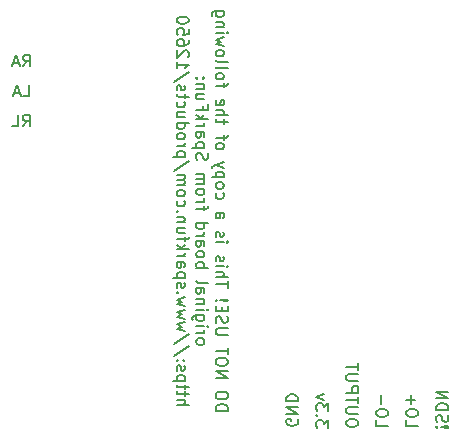
<source format=gbo>
G04 #@! TF.GenerationSoftware,KiCad,Pcbnew,5.1.5*
G04 #@! TF.CreationDate,2020-04-03T22:22:15-06:00*
G04 #@! TF.ProjectId,AD8232,41443832-3332-42e6-9b69-6361645f7063,rev?*
G04 #@! TF.SameCoordinates,Original*
G04 #@! TF.FileFunction,Legend,Bot*
G04 #@! TF.FilePolarity,Positive*
%FSLAX46Y46*%
G04 Gerber Fmt 4.6, Leading zero omitted, Abs format (unit mm)*
G04 Created by KiCad (PCBNEW 5.1.5) date 2020-04-03 22:22:15*
%MOMM*%
%LPD*%
G04 APERTURE LIST*
%ADD10C,0.150000*%
G04 APERTURE END LIST*
D10*
X147247619Y-110884761D02*
X148247619Y-110884761D01*
X148247619Y-110646666D01*
X148200000Y-110503809D01*
X148104761Y-110408571D01*
X148009523Y-110360952D01*
X147819047Y-110313333D01*
X147676190Y-110313333D01*
X147485714Y-110360952D01*
X147390476Y-110408571D01*
X147295238Y-110503809D01*
X147247619Y-110646666D01*
X147247619Y-110884761D01*
X148247619Y-109694285D02*
X148247619Y-109503809D01*
X148200000Y-109408571D01*
X148104761Y-109313333D01*
X147914285Y-109265714D01*
X147580952Y-109265714D01*
X147390476Y-109313333D01*
X147295238Y-109408571D01*
X147247619Y-109503809D01*
X147247619Y-109694285D01*
X147295238Y-109789523D01*
X147390476Y-109884761D01*
X147580952Y-109932380D01*
X147914285Y-109932380D01*
X148104761Y-109884761D01*
X148200000Y-109789523D01*
X148247619Y-109694285D01*
X147247619Y-108075238D02*
X148247619Y-108075238D01*
X147247619Y-107503809D01*
X148247619Y-107503809D01*
X148247619Y-106837142D02*
X148247619Y-106646666D01*
X148200000Y-106551428D01*
X148104761Y-106456190D01*
X147914285Y-106408571D01*
X147580952Y-106408571D01*
X147390476Y-106456190D01*
X147295238Y-106551428D01*
X147247619Y-106646666D01*
X147247619Y-106837142D01*
X147295238Y-106932380D01*
X147390476Y-107027619D01*
X147580952Y-107075238D01*
X147914285Y-107075238D01*
X148104761Y-107027619D01*
X148200000Y-106932380D01*
X148247619Y-106837142D01*
X148247619Y-106122857D02*
X148247619Y-105551428D01*
X147247619Y-105837142D02*
X148247619Y-105837142D01*
X148247619Y-104456190D02*
X147438095Y-104456190D01*
X147342857Y-104408571D01*
X147295238Y-104360952D01*
X147247619Y-104265714D01*
X147247619Y-104075238D01*
X147295238Y-103980000D01*
X147342857Y-103932380D01*
X147438095Y-103884761D01*
X148247619Y-103884761D01*
X147295238Y-103456190D02*
X147247619Y-103313333D01*
X147247619Y-103075238D01*
X147295238Y-102980000D01*
X147342857Y-102932380D01*
X147438095Y-102884761D01*
X147533333Y-102884761D01*
X147628571Y-102932380D01*
X147676190Y-102980000D01*
X147723809Y-103075238D01*
X147771428Y-103265714D01*
X147819047Y-103360952D01*
X147866666Y-103408571D01*
X147961904Y-103456190D01*
X148057142Y-103456190D01*
X148152380Y-103408571D01*
X148200000Y-103360952D01*
X148247619Y-103265714D01*
X148247619Y-103027619D01*
X148200000Y-102884761D01*
X147771428Y-102456190D02*
X147771428Y-102122857D01*
X147247619Y-101980000D02*
X147247619Y-102456190D01*
X148247619Y-102456190D01*
X148247619Y-101980000D01*
X147342857Y-101551428D02*
X147295238Y-101503809D01*
X147247619Y-101551428D01*
X147295238Y-101599047D01*
X147342857Y-101551428D01*
X147247619Y-101551428D01*
X147628571Y-101551428D02*
X148200000Y-101599047D01*
X148247619Y-101551428D01*
X148200000Y-101503809D01*
X147628571Y-101551428D01*
X148247619Y-101551428D01*
X148247619Y-100456190D02*
X148247619Y-99884761D01*
X147247619Y-100170476D02*
X148247619Y-100170476D01*
X147247619Y-99551428D02*
X148247619Y-99551428D01*
X147247619Y-99122857D02*
X147771428Y-99122857D01*
X147866666Y-99170476D01*
X147914285Y-99265714D01*
X147914285Y-99408571D01*
X147866666Y-99503809D01*
X147819047Y-99551428D01*
X147247619Y-98646666D02*
X147914285Y-98646666D01*
X148247619Y-98646666D02*
X148200000Y-98694285D01*
X148152380Y-98646666D01*
X148200000Y-98599047D01*
X148247619Y-98646666D01*
X148152380Y-98646666D01*
X147295238Y-98218095D02*
X147247619Y-98122857D01*
X147247619Y-97932380D01*
X147295238Y-97837142D01*
X147390476Y-97789523D01*
X147438095Y-97789523D01*
X147533333Y-97837142D01*
X147580952Y-97932380D01*
X147580952Y-98075238D01*
X147628571Y-98170476D01*
X147723809Y-98218095D01*
X147771428Y-98218095D01*
X147866666Y-98170476D01*
X147914285Y-98075238D01*
X147914285Y-97932380D01*
X147866666Y-97837142D01*
X147247619Y-96599047D02*
X147914285Y-96599047D01*
X148247619Y-96599047D02*
X148200000Y-96646666D01*
X148152380Y-96599047D01*
X148200000Y-96551428D01*
X148247619Y-96599047D01*
X148152380Y-96599047D01*
X147295238Y-96170476D02*
X147247619Y-96075238D01*
X147247619Y-95884761D01*
X147295238Y-95789523D01*
X147390476Y-95741904D01*
X147438095Y-95741904D01*
X147533333Y-95789523D01*
X147580952Y-95884761D01*
X147580952Y-96027619D01*
X147628571Y-96122857D01*
X147723809Y-96170476D01*
X147771428Y-96170476D01*
X147866666Y-96122857D01*
X147914285Y-96027619D01*
X147914285Y-95884761D01*
X147866666Y-95789523D01*
X147247619Y-94122857D02*
X147771428Y-94122857D01*
X147866666Y-94170476D01*
X147914285Y-94265714D01*
X147914285Y-94456190D01*
X147866666Y-94551428D01*
X147295238Y-94122857D02*
X147247619Y-94218095D01*
X147247619Y-94456190D01*
X147295238Y-94551428D01*
X147390476Y-94599047D01*
X147485714Y-94599047D01*
X147580952Y-94551428D01*
X147628571Y-94456190D01*
X147628571Y-94218095D01*
X147676190Y-94122857D01*
X147295238Y-92456190D02*
X147247619Y-92551428D01*
X147247619Y-92741904D01*
X147295238Y-92837142D01*
X147342857Y-92884761D01*
X147438095Y-92932380D01*
X147723809Y-92932380D01*
X147819047Y-92884761D01*
X147866666Y-92837142D01*
X147914285Y-92741904D01*
X147914285Y-92551428D01*
X147866666Y-92456190D01*
X147247619Y-91884761D02*
X147295238Y-91980000D01*
X147342857Y-92027619D01*
X147438095Y-92075238D01*
X147723809Y-92075238D01*
X147819047Y-92027619D01*
X147866666Y-91980000D01*
X147914285Y-91884761D01*
X147914285Y-91741904D01*
X147866666Y-91646666D01*
X147819047Y-91599047D01*
X147723809Y-91551428D01*
X147438095Y-91551428D01*
X147342857Y-91599047D01*
X147295238Y-91646666D01*
X147247619Y-91741904D01*
X147247619Y-91884761D01*
X147914285Y-91122857D02*
X146914285Y-91122857D01*
X147866666Y-91122857D02*
X147914285Y-91027619D01*
X147914285Y-90837142D01*
X147866666Y-90741904D01*
X147819047Y-90694285D01*
X147723809Y-90646666D01*
X147438095Y-90646666D01*
X147342857Y-90694285D01*
X147295238Y-90741904D01*
X147247619Y-90837142D01*
X147247619Y-91027619D01*
X147295238Y-91122857D01*
X147914285Y-90313333D02*
X147247619Y-90075238D01*
X147914285Y-89837142D02*
X147247619Y-90075238D01*
X147009523Y-90170476D01*
X146961904Y-90218095D01*
X146914285Y-90313333D01*
X147247619Y-88551428D02*
X147295238Y-88646666D01*
X147342857Y-88694285D01*
X147438095Y-88741904D01*
X147723809Y-88741904D01*
X147819047Y-88694285D01*
X147866666Y-88646666D01*
X147914285Y-88551428D01*
X147914285Y-88408571D01*
X147866666Y-88313333D01*
X147819047Y-88265714D01*
X147723809Y-88218095D01*
X147438095Y-88218095D01*
X147342857Y-88265714D01*
X147295238Y-88313333D01*
X147247619Y-88408571D01*
X147247619Y-88551428D01*
X147914285Y-87932380D02*
X147914285Y-87551428D01*
X147247619Y-87789523D02*
X148104761Y-87789523D01*
X148200000Y-87741904D01*
X148247619Y-87646666D01*
X148247619Y-87551428D01*
X147914285Y-86599047D02*
X147914285Y-86218095D01*
X148247619Y-86456190D02*
X147390476Y-86456190D01*
X147295238Y-86408571D01*
X147247619Y-86313333D01*
X147247619Y-86218095D01*
X147247619Y-85884761D02*
X148247619Y-85884761D01*
X147247619Y-85456190D02*
X147771428Y-85456190D01*
X147866666Y-85503809D01*
X147914285Y-85599047D01*
X147914285Y-85741904D01*
X147866666Y-85837142D01*
X147819047Y-85884761D01*
X147295238Y-84599047D02*
X147247619Y-84694285D01*
X147247619Y-84884761D01*
X147295238Y-84980000D01*
X147390476Y-85027619D01*
X147771428Y-85027619D01*
X147866666Y-84980000D01*
X147914285Y-84884761D01*
X147914285Y-84694285D01*
X147866666Y-84599047D01*
X147771428Y-84551428D01*
X147676190Y-84551428D01*
X147580952Y-85027619D01*
X147914285Y-83503809D02*
X147914285Y-83122857D01*
X147247619Y-83360952D02*
X148104761Y-83360952D01*
X148200000Y-83313333D01*
X148247619Y-83218095D01*
X148247619Y-83122857D01*
X147247619Y-82646666D02*
X147295238Y-82741904D01*
X147342857Y-82789523D01*
X147438095Y-82837142D01*
X147723809Y-82837142D01*
X147819047Y-82789523D01*
X147866666Y-82741904D01*
X147914285Y-82646666D01*
X147914285Y-82503809D01*
X147866666Y-82408571D01*
X147819047Y-82360952D01*
X147723809Y-82313333D01*
X147438095Y-82313333D01*
X147342857Y-82360952D01*
X147295238Y-82408571D01*
X147247619Y-82503809D01*
X147247619Y-82646666D01*
X147247619Y-81741904D02*
X147295238Y-81837142D01*
X147390476Y-81884761D01*
X148247619Y-81884761D01*
X147247619Y-81218095D02*
X147295238Y-81313333D01*
X147390476Y-81360952D01*
X148247619Y-81360952D01*
X147247619Y-80694285D02*
X147295238Y-80789523D01*
X147342857Y-80837142D01*
X147438095Y-80884761D01*
X147723809Y-80884761D01*
X147819047Y-80837142D01*
X147866666Y-80789523D01*
X147914285Y-80694285D01*
X147914285Y-80551428D01*
X147866666Y-80456190D01*
X147819047Y-80408571D01*
X147723809Y-80360952D01*
X147438095Y-80360952D01*
X147342857Y-80408571D01*
X147295238Y-80456190D01*
X147247619Y-80551428D01*
X147247619Y-80694285D01*
X147914285Y-80027619D02*
X147247619Y-79837142D01*
X147723809Y-79646666D01*
X147247619Y-79456190D01*
X147914285Y-79265714D01*
X147247619Y-78884761D02*
X147914285Y-78884761D01*
X148247619Y-78884761D02*
X148200000Y-78932380D01*
X148152380Y-78884761D01*
X148200000Y-78837142D01*
X148247619Y-78884761D01*
X148152380Y-78884761D01*
X147914285Y-78408571D02*
X147247619Y-78408571D01*
X147819047Y-78408571D02*
X147866666Y-78360952D01*
X147914285Y-78265714D01*
X147914285Y-78122857D01*
X147866666Y-78027619D01*
X147771428Y-77980000D01*
X147247619Y-77980000D01*
X147914285Y-77075238D02*
X147104761Y-77075238D01*
X147009523Y-77122857D01*
X146961904Y-77170476D01*
X146914285Y-77265714D01*
X146914285Y-77408571D01*
X146961904Y-77503809D01*
X147295238Y-77075238D02*
X147247619Y-77170476D01*
X147247619Y-77360952D01*
X147295238Y-77456190D01*
X147342857Y-77503809D01*
X147438095Y-77551428D01*
X147723809Y-77551428D01*
X147819047Y-77503809D01*
X147866666Y-77456190D01*
X147914285Y-77360952D01*
X147914285Y-77170476D01*
X147866666Y-77075238D01*
X145597619Y-105099047D02*
X145645238Y-105194285D01*
X145692857Y-105241904D01*
X145788095Y-105289523D01*
X146073809Y-105289523D01*
X146169047Y-105241904D01*
X146216666Y-105194285D01*
X146264285Y-105099047D01*
X146264285Y-104956190D01*
X146216666Y-104860952D01*
X146169047Y-104813333D01*
X146073809Y-104765714D01*
X145788095Y-104765714D01*
X145692857Y-104813333D01*
X145645238Y-104860952D01*
X145597619Y-104956190D01*
X145597619Y-105099047D01*
X145597619Y-104337142D02*
X146264285Y-104337142D01*
X146073809Y-104337142D02*
X146169047Y-104289523D01*
X146216666Y-104241904D01*
X146264285Y-104146666D01*
X146264285Y-104051428D01*
X145597619Y-103718095D02*
X146264285Y-103718095D01*
X146597619Y-103718095D02*
X146550000Y-103765714D01*
X146502380Y-103718095D01*
X146550000Y-103670476D01*
X146597619Y-103718095D01*
X146502380Y-103718095D01*
X146264285Y-102813333D02*
X145454761Y-102813333D01*
X145359523Y-102860952D01*
X145311904Y-102908571D01*
X145264285Y-103003809D01*
X145264285Y-103146666D01*
X145311904Y-103241904D01*
X145645238Y-102813333D02*
X145597619Y-102908571D01*
X145597619Y-103099047D01*
X145645238Y-103194285D01*
X145692857Y-103241904D01*
X145788095Y-103289523D01*
X146073809Y-103289523D01*
X146169047Y-103241904D01*
X146216666Y-103194285D01*
X146264285Y-103099047D01*
X146264285Y-102908571D01*
X146216666Y-102813333D01*
X145597619Y-102337142D02*
X146264285Y-102337142D01*
X146597619Y-102337142D02*
X146550000Y-102384761D01*
X146502380Y-102337142D01*
X146550000Y-102289523D01*
X146597619Y-102337142D01*
X146502380Y-102337142D01*
X146264285Y-101860952D02*
X145597619Y-101860952D01*
X146169047Y-101860952D02*
X146216666Y-101813333D01*
X146264285Y-101718095D01*
X146264285Y-101575238D01*
X146216666Y-101480000D01*
X146121428Y-101432380D01*
X145597619Y-101432380D01*
X145597619Y-100527619D02*
X146121428Y-100527619D01*
X146216666Y-100575238D01*
X146264285Y-100670476D01*
X146264285Y-100860952D01*
X146216666Y-100956190D01*
X145645238Y-100527619D02*
X145597619Y-100622857D01*
X145597619Y-100860952D01*
X145645238Y-100956190D01*
X145740476Y-101003809D01*
X145835714Y-101003809D01*
X145930952Y-100956190D01*
X145978571Y-100860952D01*
X145978571Y-100622857D01*
X146026190Y-100527619D01*
X145597619Y-99908571D02*
X145645238Y-100003809D01*
X145740476Y-100051428D01*
X146597619Y-100051428D01*
X145597619Y-98765714D02*
X146597619Y-98765714D01*
X146216666Y-98765714D02*
X146264285Y-98670476D01*
X146264285Y-98480000D01*
X146216666Y-98384761D01*
X146169047Y-98337142D01*
X146073809Y-98289523D01*
X145788095Y-98289523D01*
X145692857Y-98337142D01*
X145645238Y-98384761D01*
X145597619Y-98480000D01*
X145597619Y-98670476D01*
X145645238Y-98765714D01*
X145597619Y-97718095D02*
X145645238Y-97813333D01*
X145692857Y-97860952D01*
X145788095Y-97908571D01*
X146073809Y-97908571D01*
X146169047Y-97860952D01*
X146216666Y-97813333D01*
X146264285Y-97718095D01*
X146264285Y-97575238D01*
X146216666Y-97480000D01*
X146169047Y-97432380D01*
X146073809Y-97384761D01*
X145788095Y-97384761D01*
X145692857Y-97432380D01*
X145645238Y-97480000D01*
X145597619Y-97575238D01*
X145597619Y-97718095D01*
X145597619Y-96527619D02*
X146121428Y-96527619D01*
X146216666Y-96575238D01*
X146264285Y-96670476D01*
X146264285Y-96860952D01*
X146216666Y-96956190D01*
X145645238Y-96527619D02*
X145597619Y-96622857D01*
X145597619Y-96860952D01*
X145645238Y-96956190D01*
X145740476Y-97003809D01*
X145835714Y-97003809D01*
X145930952Y-96956190D01*
X145978571Y-96860952D01*
X145978571Y-96622857D01*
X146026190Y-96527619D01*
X145597619Y-96051428D02*
X146264285Y-96051428D01*
X146073809Y-96051428D02*
X146169047Y-96003809D01*
X146216666Y-95956190D01*
X146264285Y-95860952D01*
X146264285Y-95765714D01*
X145597619Y-95003809D02*
X146597619Y-95003809D01*
X145645238Y-95003809D02*
X145597619Y-95099047D01*
X145597619Y-95289523D01*
X145645238Y-95384761D01*
X145692857Y-95432380D01*
X145788095Y-95480000D01*
X146073809Y-95480000D01*
X146169047Y-95432380D01*
X146216666Y-95384761D01*
X146264285Y-95289523D01*
X146264285Y-95099047D01*
X146216666Y-95003809D01*
X146264285Y-93908571D02*
X146264285Y-93527619D01*
X145597619Y-93765714D02*
X146454761Y-93765714D01*
X146550000Y-93718095D01*
X146597619Y-93622857D01*
X146597619Y-93527619D01*
X145597619Y-93194285D02*
X146264285Y-93194285D01*
X146073809Y-93194285D02*
X146169047Y-93146666D01*
X146216666Y-93099047D01*
X146264285Y-93003809D01*
X146264285Y-92908571D01*
X145597619Y-92432380D02*
X145645238Y-92527619D01*
X145692857Y-92575238D01*
X145788095Y-92622857D01*
X146073809Y-92622857D01*
X146169047Y-92575238D01*
X146216666Y-92527619D01*
X146264285Y-92432380D01*
X146264285Y-92289523D01*
X146216666Y-92194285D01*
X146169047Y-92146666D01*
X146073809Y-92099047D01*
X145788095Y-92099047D01*
X145692857Y-92146666D01*
X145645238Y-92194285D01*
X145597619Y-92289523D01*
X145597619Y-92432380D01*
X145597619Y-91670476D02*
X146264285Y-91670476D01*
X146169047Y-91670476D02*
X146216666Y-91622857D01*
X146264285Y-91527619D01*
X146264285Y-91384761D01*
X146216666Y-91289523D01*
X146121428Y-91241904D01*
X145597619Y-91241904D01*
X146121428Y-91241904D02*
X146216666Y-91194285D01*
X146264285Y-91099047D01*
X146264285Y-90956190D01*
X146216666Y-90860952D01*
X146121428Y-90813333D01*
X145597619Y-90813333D01*
X145645238Y-89622857D02*
X145597619Y-89480000D01*
X145597619Y-89241904D01*
X145645238Y-89146666D01*
X145692857Y-89099047D01*
X145788095Y-89051428D01*
X145883333Y-89051428D01*
X145978571Y-89099047D01*
X146026190Y-89146666D01*
X146073809Y-89241904D01*
X146121428Y-89432380D01*
X146169047Y-89527619D01*
X146216666Y-89575238D01*
X146311904Y-89622857D01*
X146407142Y-89622857D01*
X146502380Y-89575238D01*
X146550000Y-89527619D01*
X146597619Y-89432380D01*
X146597619Y-89194285D01*
X146550000Y-89051428D01*
X146264285Y-88622857D02*
X145264285Y-88622857D01*
X146216666Y-88622857D02*
X146264285Y-88527619D01*
X146264285Y-88337142D01*
X146216666Y-88241904D01*
X146169047Y-88194285D01*
X146073809Y-88146666D01*
X145788095Y-88146666D01*
X145692857Y-88194285D01*
X145645238Y-88241904D01*
X145597619Y-88337142D01*
X145597619Y-88527619D01*
X145645238Y-88622857D01*
X145597619Y-87289523D02*
X146121428Y-87289523D01*
X146216666Y-87337142D01*
X146264285Y-87432380D01*
X146264285Y-87622857D01*
X146216666Y-87718095D01*
X145645238Y-87289523D02*
X145597619Y-87384761D01*
X145597619Y-87622857D01*
X145645238Y-87718095D01*
X145740476Y-87765714D01*
X145835714Y-87765714D01*
X145930952Y-87718095D01*
X145978571Y-87622857D01*
X145978571Y-87384761D01*
X146026190Y-87289523D01*
X145597619Y-86813333D02*
X146264285Y-86813333D01*
X146073809Y-86813333D02*
X146169047Y-86765714D01*
X146216666Y-86718095D01*
X146264285Y-86622857D01*
X146264285Y-86527619D01*
X145597619Y-86194285D02*
X146597619Y-86194285D01*
X145978571Y-86099047D02*
X145597619Y-85813333D01*
X146264285Y-85813333D02*
X145883333Y-86194285D01*
X146121428Y-85051428D02*
X146121428Y-85384761D01*
X145597619Y-85384761D02*
X146597619Y-85384761D01*
X146597619Y-84908571D01*
X146264285Y-84099047D02*
X145597619Y-84099047D01*
X146264285Y-84527619D02*
X145740476Y-84527619D01*
X145645238Y-84480000D01*
X145597619Y-84384761D01*
X145597619Y-84241904D01*
X145645238Y-84146666D01*
X145692857Y-84099047D01*
X146264285Y-83622857D02*
X145597619Y-83622857D01*
X146169047Y-83622857D02*
X146216666Y-83575238D01*
X146264285Y-83480000D01*
X146264285Y-83337142D01*
X146216666Y-83241904D01*
X146121428Y-83194285D01*
X145597619Y-83194285D01*
X145692857Y-82718095D02*
X145645238Y-82670476D01*
X145597619Y-82718095D01*
X145645238Y-82765714D01*
X145692857Y-82718095D01*
X145597619Y-82718095D01*
X146216666Y-82718095D02*
X146169047Y-82670476D01*
X146121428Y-82718095D01*
X146169047Y-82765714D01*
X146216666Y-82718095D01*
X146121428Y-82718095D01*
X143947619Y-110384761D02*
X144947619Y-110384761D01*
X143947619Y-109956190D02*
X144471428Y-109956190D01*
X144566666Y-110003809D01*
X144614285Y-110099047D01*
X144614285Y-110241904D01*
X144566666Y-110337142D01*
X144519047Y-110384761D01*
X144614285Y-109622857D02*
X144614285Y-109241904D01*
X144947619Y-109480000D02*
X144090476Y-109480000D01*
X143995238Y-109432380D01*
X143947619Y-109337142D01*
X143947619Y-109241904D01*
X144614285Y-109051428D02*
X144614285Y-108670476D01*
X144947619Y-108908571D02*
X144090476Y-108908571D01*
X143995238Y-108860952D01*
X143947619Y-108765714D01*
X143947619Y-108670476D01*
X144614285Y-108337142D02*
X143614285Y-108337142D01*
X144566666Y-108337142D02*
X144614285Y-108241904D01*
X144614285Y-108051428D01*
X144566666Y-107956190D01*
X144519047Y-107908571D01*
X144423809Y-107860952D01*
X144138095Y-107860952D01*
X144042857Y-107908571D01*
X143995238Y-107956190D01*
X143947619Y-108051428D01*
X143947619Y-108241904D01*
X143995238Y-108337142D01*
X143995238Y-107480000D02*
X143947619Y-107384761D01*
X143947619Y-107194285D01*
X143995238Y-107099047D01*
X144090476Y-107051428D01*
X144138095Y-107051428D01*
X144233333Y-107099047D01*
X144280952Y-107194285D01*
X144280952Y-107337142D01*
X144328571Y-107432380D01*
X144423809Y-107480000D01*
X144471428Y-107480000D01*
X144566666Y-107432380D01*
X144614285Y-107337142D01*
X144614285Y-107194285D01*
X144566666Y-107099047D01*
X144042857Y-106622857D02*
X143995238Y-106575238D01*
X143947619Y-106622857D01*
X143995238Y-106670476D01*
X144042857Y-106622857D01*
X143947619Y-106622857D01*
X144566666Y-106622857D02*
X144519047Y-106575238D01*
X144471428Y-106622857D01*
X144519047Y-106670476D01*
X144566666Y-106622857D01*
X144471428Y-106622857D01*
X144995238Y-105432380D02*
X143709523Y-106289523D01*
X144995238Y-104384761D02*
X143709523Y-105241904D01*
X144614285Y-104146666D02*
X143947619Y-103956190D01*
X144423809Y-103765714D01*
X143947619Y-103575238D01*
X144614285Y-103384761D01*
X144614285Y-103099047D02*
X143947619Y-102908571D01*
X144423809Y-102718095D01*
X143947619Y-102527619D01*
X144614285Y-102337142D01*
X144614285Y-102051428D02*
X143947619Y-101860952D01*
X144423809Y-101670476D01*
X143947619Y-101480000D01*
X144614285Y-101289523D01*
X144042857Y-100908571D02*
X143995238Y-100860952D01*
X143947619Y-100908571D01*
X143995238Y-100956190D01*
X144042857Y-100908571D01*
X143947619Y-100908571D01*
X143995238Y-100480000D02*
X143947619Y-100384761D01*
X143947619Y-100194285D01*
X143995238Y-100099047D01*
X144090476Y-100051428D01*
X144138095Y-100051428D01*
X144233333Y-100099047D01*
X144280952Y-100194285D01*
X144280952Y-100337142D01*
X144328571Y-100432380D01*
X144423809Y-100480000D01*
X144471428Y-100480000D01*
X144566666Y-100432380D01*
X144614285Y-100337142D01*
X144614285Y-100194285D01*
X144566666Y-100099047D01*
X144614285Y-99622857D02*
X143614285Y-99622857D01*
X144566666Y-99622857D02*
X144614285Y-99527619D01*
X144614285Y-99337142D01*
X144566666Y-99241904D01*
X144519047Y-99194285D01*
X144423809Y-99146666D01*
X144138095Y-99146666D01*
X144042857Y-99194285D01*
X143995238Y-99241904D01*
X143947619Y-99337142D01*
X143947619Y-99527619D01*
X143995238Y-99622857D01*
X143947619Y-98289523D02*
X144471428Y-98289523D01*
X144566666Y-98337142D01*
X144614285Y-98432380D01*
X144614285Y-98622857D01*
X144566666Y-98718095D01*
X143995238Y-98289523D02*
X143947619Y-98384761D01*
X143947619Y-98622857D01*
X143995238Y-98718095D01*
X144090476Y-98765714D01*
X144185714Y-98765714D01*
X144280952Y-98718095D01*
X144328571Y-98622857D01*
X144328571Y-98384761D01*
X144376190Y-98289523D01*
X143947619Y-97813333D02*
X144614285Y-97813333D01*
X144423809Y-97813333D02*
X144519047Y-97765714D01*
X144566666Y-97718095D01*
X144614285Y-97622857D01*
X144614285Y-97527619D01*
X143947619Y-97194285D02*
X144947619Y-97194285D01*
X144328571Y-97099047D02*
X143947619Y-96813333D01*
X144614285Y-96813333D02*
X144233333Y-97194285D01*
X144614285Y-96527619D02*
X144614285Y-96146666D01*
X143947619Y-96384761D02*
X144804761Y-96384761D01*
X144900000Y-96337142D01*
X144947619Y-96241904D01*
X144947619Y-96146666D01*
X144614285Y-95384761D02*
X143947619Y-95384761D01*
X144614285Y-95813333D02*
X144090476Y-95813333D01*
X143995238Y-95765714D01*
X143947619Y-95670476D01*
X143947619Y-95527619D01*
X143995238Y-95432380D01*
X144042857Y-95384761D01*
X144614285Y-94908571D02*
X143947619Y-94908571D01*
X144519047Y-94908571D02*
X144566666Y-94860952D01*
X144614285Y-94765714D01*
X144614285Y-94622857D01*
X144566666Y-94527619D01*
X144471428Y-94480000D01*
X143947619Y-94480000D01*
X144042857Y-94003809D02*
X143995238Y-93956190D01*
X143947619Y-94003809D01*
X143995238Y-94051428D01*
X144042857Y-94003809D01*
X143947619Y-94003809D01*
X143995238Y-93099047D02*
X143947619Y-93194285D01*
X143947619Y-93384761D01*
X143995238Y-93480000D01*
X144042857Y-93527619D01*
X144138095Y-93575238D01*
X144423809Y-93575238D01*
X144519047Y-93527619D01*
X144566666Y-93480000D01*
X144614285Y-93384761D01*
X144614285Y-93194285D01*
X144566666Y-93099047D01*
X143947619Y-92527619D02*
X143995238Y-92622857D01*
X144042857Y-92670476D01*
X144138095Y-92718095D01*
X144423809Y-92718095D01*
X144519047Y-92670476D01*
X144566666Y-92622857D01*
X144614285Y-92527619D01*
X144614285Y-92384761D01*
X144566666Y-92289523D01*
X144519047Y-92241904D01*
X144423809Y-92194285D01*
X144138095Y-92194285D01*
X144042857Y-92241904D01*
X143995238Y-92289523D01*
X143947619Y-92384761D01*
X143947619Y-92527619D01*
X143947619Y-91765714D02*
X144614285Y-91765714D01*
X144519047Y-91765714D02*
X144566666Y-91718095D01*
X144614285Y-91622857D01*
X144614285Y-91480000D01*
X144566666Y-91384761D01*
X144471428Y-91337142D01*
X143947619Y-91337142D01*
X144471428Y-91337142D02*
X144566666Y-91289523D01*
X144614285Y-91194285D01*
X144614285Y-91051428D01*
X144566666Y-90956190D01*
X144471428Y-90908571D01*
X143947619Y-90908571D01*
X144995238Y-89718095D02*
X143709523Y-90575238D01*
X144614285Y-89384761D02*
X143614285Y-89384761D01*
X144566666Y-89384761D02*
X144614285Y-89289523D01*
X144614285Y-89099047D01*
X144566666Y-89003809D01*
X144519047Y-88956190D01*
X144423809Y-88908571D01*
X144138095Y-88908571D01*
X144042857Y-88956190D01*
X143995238Y-89003809D01*
X143947619Y-89099047D01*
X143947619Y-89289523D01*
X143995238Y-89384761D01*
X143947619Y-88480000D02*
X144614285Y-88480000D01*
X144423809Y-88480000D02*
X144519047Y-88432380D01*
X144566666Y-88384761D01*
X144614285Y-88289523D01*
X144614285Y-88194285D01*
X143947619Y-87718095D02*
X143995238Y-87813333D01*
X144042857Y-87860952D01*
X144138095Y-87908571D01*
X144423809Y-87908571D01*
X144519047Y-87860952D01*
X144566666Y-87813333D01*
X144614285Y-87718095D01*
X144614285Y-87575238D01*
X144566666Y-87480000D01*
X144519047Y-87432380D01*
X144423809Y-87384761D01*
X144138095Y-87384761D01*
X144042857Y-87432380D01*
X143995238Y-87480000D01*
X143947619Y-87575238D01*
X143947619Y-87718095D01*
X143947619Y-86527619D02*
X144947619Y-86527619D01*
X143995238Y-86527619D02*
X143947619Y-86622857D01*
X143947619Y-86813333D01*
X143995238Y-86908571D01*
X144042857Y-86956190D01*
X144138095Y-87003809D01*
X144423809Y-87003809D01*
X144519047Y-86956190D01*
X144566666Y-86908571D01*
X144614285Y-86813333D01*
X144614285Y-86622857D01*
X144566666Y-86527619D01*
X144614285Y-85622857D02*
X143947619Y-85622857D01*
X144614285Y-86051428D02*
X144090476Y-86051428D01*
X143995238Y-86003809D01*
X143947619Y-85908571D01*
X143947619Y-85765714D01*
X143995238Y-85670476D01*
X144042857Y-85622857D01*
X143995238Y-84718095D02*
X143947619Y-84813333D01*
X143947619Y-85003809D01*
X143995238Y-85099047D01*
X144042857Y-85146666D01*
X144138095Y-85194285D01*
X144423809Y-85194285D01*
X144519047Y-85146666D01*
X144566666Y-85099047D01*
X144614285Y-85003809D01*
X144614285Y-84813333D01*
X144566666Y-84718095D01*
X144614285Y-84432380D02*
X144614285Y-84051428D01*
X144947619Y-84289523D02*
X144090476Y-84289523D01*
X143995238Y-84241904D01*
X143947619Y-84146666D01*
X143947619Y-84051428D01*
X143995238Y-83765714D02*
X143947619Y-83670476D01*
X143947619Y-83480000D01*
X143995238Y-83384761D01*
X144090476Y-83337142D01*
X144138095Y-83337142D01*
X144233333Y-83384761D01*
X144280952Y-83480000D01*
X144280952Y-83622857D01*
X144328571Y-83718095D01*
X144423809Y-83765714D01*
X144471428Y-83765714D01*
X144566666Y-83718095D01*
X144614285Y-83622857D01*
X144614285Y-83480000D01*
X144566666Y-83384761D01*
X144995238Y-82194285D02*
X143709523Y-83051428D01*
X143947619Y-81337142D02*
X143947619Y-81908571D01*
X143947619Y-81622857D02*
X144947619Y-81622857D01*
X144804761Y-81718095D01*
X144709523Y-81813333D01*
X144661904Y-81908571D01*
X144852380Y-80956190D02*
X144900000Y-80908571D01*
X144947619Y-80813333D01*
X144947619Y-80575238D01*
X144900000Y-80480000D01*
X144852380Y-80432380D01*
X144757142Y-80384761D01*
X144661904Y-80384761D01*
X144519047Y-80432380D01*
X143947619Y-81003809D01*
X143947619Y-80384761D01*
X144947619Y-79527619D02*
X144947619Y-79718095D01*
X144900000Y-79813333D01*
X144852380Y-79860952D01*
X144709523Y-79956190D01*
X144519047Y-80003809D01*
X144138095Y-80003809D01*
X144042857Y-79956190D01*
X143995238Y-79908571D01*
X143947619Y-79813333D01*
X143947619Y-79622857D01*
X143995238Y-79527619D01*
X144042857Y-79480000D01*
X144138095Y-79432380D01*
X144376190Y-79432380D01*
X144471428Y-79480000D01*
X144519047Y-79527619D01*
X144566666Y-79622857D01*
X144566666Y-79813333D01*
X144519047Y-79908571D01*
X144471428Y-79956190D01*
X144376190Y-80003809D01*
X144947619Y-78527619D02*
X144947619Y-79003809D01*
X144471428Y-79051428D01*
X144519047Y-79003809D01*
X144566666Y-78908571D01*
X144566666Y-78670476D01*
X144519047Y-78575238D01*
X144471428Y-78527619D01*
X144376190Y-78480000D01*
X144138095Y-78480000D01*
X144042857Y-78527619D01*
X143995238Y-78575238D01*
X143947619Y-78670476D01*
X143947619Y-78908571D01*
X143995238Y-79003809D01*
X144042857Y-79051428D01*
X144947619Y-77860952D02*
X144947619Y-77765714D01*
X144900000Y-77670476D01*
X144852380Y-77622857D01*
X144757142Y-77575238D01*
X144566666Y-77527619D01*
X144328571Y-77527619D01*
X144138095Y-77575238D01*
X144042857Y-77622857D01*
X143995238Y-77670476D01*
X143947619Y-77765714D01*
X143947619Y-77860952D01*
X143995238Y-77956190D01*
X144042857Y-78003809D01*
X144138095Y-78051428D01*
X144328571Y-78099047D01*
X144566666Y-78099047D01*
X144757142Y-78051428D01*
X144852380Y-78003809D01*
X144900000Y-77956190D01*
X144947619Y-77860952D01*
X166006203Y-112260003D02*
X165958584Y-112212384D01*
X165910965Y-112260003D01*
X165958584Y-112307622D01*
X166006203Y-112260003D01*
X165910965Y-112260003D01*
X166291917Y-112260003D02*
X166863346Y-112307622D01*
X166910965Y-112260003D01*
X166863346Y-112212384D01*
X166291917Y-112260003D01*
X166910965Y-112260003D01*
X165958584Y-111831431D02*
X165910965Y-111688574D01*
X165910965Y-111450479D01*
X165958584Y-111355241D01*
X166006203Y-111307622D01*
X166101441Y-111260003D01*
X166196679Y-111260003D01*
X166291917Y-111307622D01*
X166339536Y-111355241D01*
X166387155Y-111450479D01*
X166434774Y-111640955D01*
X166482393Y-111736193D01*
X166530012Y-111783812D01*
X166625250Y-111831431D01*
X166720488Y-111831431D01*
X166815726Y-111783812D01*
X166863346Y-111736193D01*
X166910965Y-111640955D01*
X166910965Y-111402860D01*
X166863346Y-111260003D01*
X165910965Y-110831431D02*
X166910965Y-110831431D01*
X166910965Y-110593336D01*
X166863346Y-110450479D01*
X166768107Y-110355241D01*
X166672869Y-110307622D01*
X166482393Y-110260003D01*
X166339536Y-110260003D01*
X166149060Y-110307622D01*
X166053822Y-110355241D01*
X165958584Y-110450479D01*
X165910965Y-110593336D01*
X165910965Y-110831431D01*
X165910965Y-109831431D02*
X166910965Y-109831431D01*
X165910965Y-109260003D01*
X166910965Y-109260003D01*
X163377619Y-111698452D02*
X163377619Y-112174642D01*
X164377619Y-112174642D01*
X164377619Y-111174642D02*
X164377619Y-110984166D01*
X164330000Y-110888928D01*
X164234761Y-110793690D01*
X164044285Y-110746071D01*
X163710952Y-110746071D01*
X163520476Y-110793690D01*
X163425238Y-110888928D01*
X163377619Y-110984166D01*
X163377619Y-111174642D01*
X163425238Y-111269880D01*
X163520476Y-111365119D01*
X163710952Y-111412738D01*
X164044285Y-111412738D01*
X164234761Y-111365119D01*
X164330000Y-111269880D01*
X164377619Y-111174642D01*
X163758571Y-110317500D02*
X163758571Y-109555595D01*
X163377619Y-109936547D02*
X164139523Y-109936547D01*
X160837619Y-111698452D02*
X160837619Y-112174642D01*
X161837619Y-112174642D01*
X161837619Y-111174642D02*
X161837619Y-110984166D01*
X161790000Y-110888928D01*
X161694761Y-110793690D01*
X161504285Y-110746071D01*
X161170952Y-110746071D01*
X160980476Y-110793690D01*
X160885238Y-110888928D01*
X160837619Y-110984166D01*
X160837619Y-111174642D01*
X160885238Y-111269880D01*
X160980476Y-111365119D01*
X161170952Y-111412738D01*
X161504285Y-111412738D01*
X161694761Y-111365119D01*
X161790000Y-111269880D01*
X161837619Y-111174642D01*
X161218571Y-110317500D02*
X161218571Y-109555595D01*
X159297619Y-112015595D02*
X159297619Y-111825119D01*
X159250000Y-111729880D01*
X159154761Y-111634642D01*
X158964285Y-111587023D01*
X158630952Y-111587023D01*
X158440476Y-111634642D01*
X158345238Y-111729880D01*
X158297619Y-111825119D01*
X158297619Y-112015595D01*
X158345238Y-112110833D01*
X158440476Y-112206071D01*
X158630952Y-112253690D01*
X158964285Y-112253690D01*
X159154761Y-112206071D01*
X159250000Y-112110833D01*
X159297619Y-112015595D01*
X159297619Y-111158452D02*
X158488095Y-111158452D01*
X158392857Y-111110833D01*
X158345238Y-111063214D01*
X158297619Y-110967976D01*
X158297619Y-110777500D01*
X158345238Y-110682261D01*
X158392857Y-110634642D01*
X158488095Y-110587023D01*
X159297619Y-110587023D01*
X159297619Y-110253690D02*
X159297619Y-109682261D01*
X158297619Y-109967976D02*
X159297619Y-109967976D01*
X158297619Y-109348928D02*
X159297619Y-109348928D01*
X159297619Y-108967976D01*
X159250000Y-108872738D01*
X159202380Y-108825119D01*
X159107142Y-108777500D01*
X158964285Y-108777500D01*
X158869047Y-108825119D01*
X158821428Y-108872738D01*
X158773809Y-108967976D01*
X158773809Y-109348928D01*
X159297619Y-108348928D02*
X158488095Y-108348928D01*
X158392857Y-108301309D01*
X158345238Y-108253690D01*
X158297619Y-108158452D01*
X158297619Y-107967976D01*
X158345238Y-107872738D01*
X158392857Y-107825119D01*
X158488095Y-107777500D01*
X159297619Y-107777500D01*
X159297619Y-107444166D02*
X159297619Y-106872738D01*
X158297619Y-107158452D02*
X159297619Y-107158452D01*
X156757619Y-112317500D02*
X156757619Y-111698452D01*
X156376666Y-112031785D01*
X156376666Y-111888928D01*
X156329047Y-111793690D01*
X156281428Y-111746071D01*
X156186190Y-111698452D01*
X155948095Y-111698452D01*
X155852857Y-111746071D01*
X155805238Y-111793690D01*
X155757619Y-111888928D01*
X155757619Y-112174642D01*
X155805238Y-112269880D01*
X155852857Y-112317500D01*
X155852857Y-111269880D02*
X155805238Y-111222261D01*
X155757619Y-111269880D01*
X155805238Y-111317500D01*
X155852857Y-111269880D01*
X155757619Y-111269880D01*
X156757619Y-110888928D02*
X156757619Y-110269880D01*
X156376666Y-110603214D01*
X156376666Y-110460357D01*
X156329047Y-110365119D01*
X156281428Y-110317500D01*
X156186190Y-110269880D01*
X155948095Y-110269880D01*
X155852857Y-110317500D01*
X155805238Y-110365119D01*
X155757619Y-110460357D01*
X155757619Y-110746071D01*
X155805238Y-110841309D01*
X155852857Y-110888928D01*
X156424285Y-109936547D02*
X155757619Y-109698452D01*
X156424285Y-109460357D01*
X154170000Y-111603214D02*
X154217619Y-111698452D01*
X154217619Y-111841309D01*
X154170000Y-111984166D01*
X154074761Y-112079404D01*
X153979523Y-112127023D01*
X153789047Y-112174642D01*
X153646190Y-112174642D01*
X153455714Y-112127023D01*
X153360476Y-112079404D01*
X153265238Y-111984166D01*
X153217619Y-111841309D01*
X153217619Y-111746071D01*
X153265238Y-111603214D01*
X153312857Y-111555595D01*
X153646190Y-111555595D01*
X153646190Y-111746071D01*
X153217619Y-111127023D02*
X154217619Y-111127023D01*
X153217619Y-110555595D01*
X154217619Y-110555595D01*
X153217619Y-110079404D02*
X154217619Y-110079404D01*
X154217619Y-109841309D01*
X154170000Y-109698452D01*
X154074761Y-109603214D01*
X153979523Y-109555595D01*
X153789047Y-109507976D01*
X153646190Y-109507976D01*
X153455714Y-109555595D01*
X153360476Y-109603214D01*
X153265238Y-109698452D01*
X153217619Y-109841309D01*
X153217619Y-110079404D01*
X130905238Y-86812380D02*
X131238571Y-86336190D01*
X131476666Y-86812380D02*
X131476666Y-85812380D01*
X131095714Y-85812380D01*
X131000476Y-85860000D01*
X130952857Y-85907619D01*
X130905238Y-86002857D01*
X130905238Y-86145714D01*
X130952857Y-86240952D01*
X131000476Y-86288571D01*
X131095714Y-86336190D01*
X131476666Y-86336190D01*
X130000476Y-86812380D02*
X130476666Y-86812380D01*
X130476666Y-85812380D01*
X130929047Y-84272380D02*
X131405238Y-84272380D01*
X131405238Y-83272380D01*
X130643333Y-83986666D02*
X130167142Y-83986666D01*
X130738571Y-84272380D02*
X130405238Y-83272380D01*
X130071904Y-84272380D01*
X130929047Y-81732380D02*
X131262380Y-81256190D01*
X131500476Y-81732380D02*
X131500476Y-80732380D01*
X131119523Y-80732380D01*
X131024285Y-80780000D01*
X130976666Y-80827619D01*
X130929047Y-80922857D01*
X130929047Y-81065714D01*
X130976666Y-81160952D01*
X131024285Y-81208571D01*
X131119523Y-81256190D01*
X131500476Y-81256190D01*
X130548095Y-81446666D02*
X130071904Y-81446666D01*
X130643333Y-81732380D02*
X130310000Y-80732380D01*
X129976666Y-81732380D01*
M02*

</source>
